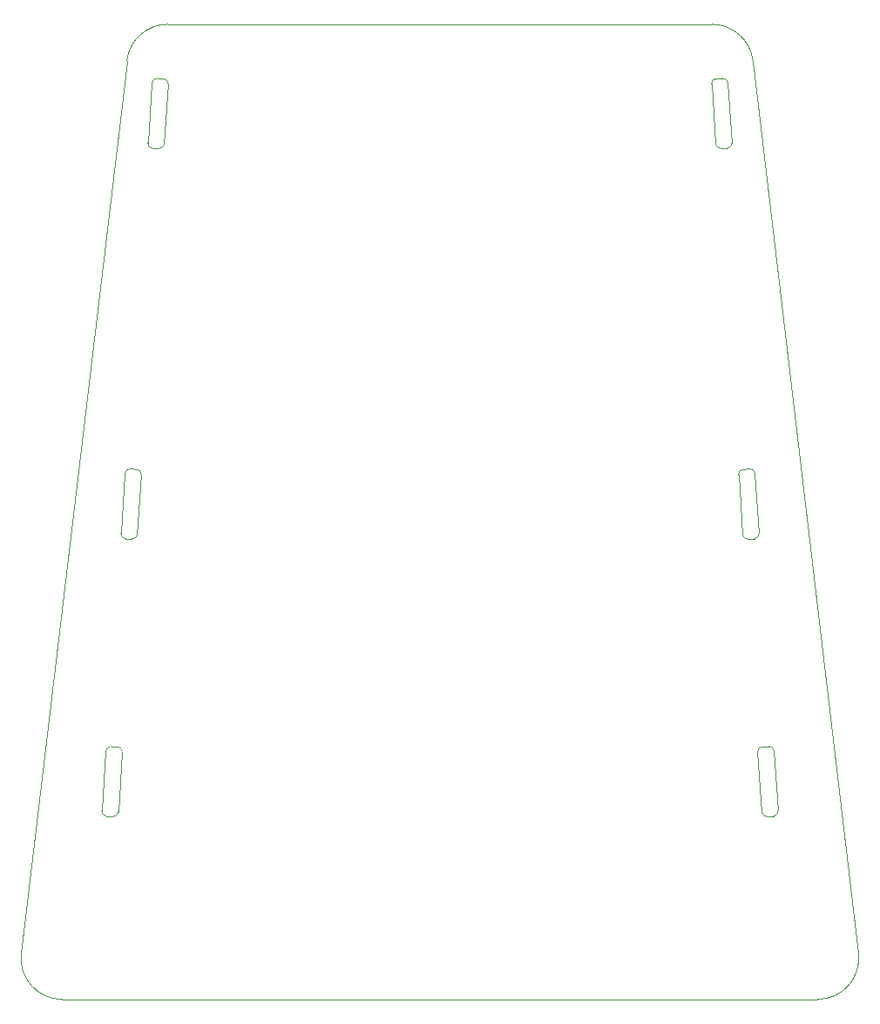
<source format=gbr>
G04 #@! TF.GenerationSoftware,KiCad,Pcbnew,(5.1.10)-1*
G04 #@! TF.CreationDate,2022-01-20T14:21:32+02:00*
G04 #@! TF.ProjectId,gaisa-sargs-rear-2,67616973-612d-4736-9172-67732d726561,rev?*
G04 #@! TF.SameCoordinates,Original*
G04 #@! TF.FileFunction,Profile,NP*
%FSLAX46Y46*%
G04 Gerber Fmt 4.6, Leading zero omitted, Abs format (unit mm)*
G04 Created by KiCad (PCBNEW (5.1.10)-1) date 2022-01-20 14:21:32*
%MOMM*%
%LPD*%
G01*
G04 APERTURE LIST*
G04 #@! TA.AperFunction,Profile*
%ADD10C,0.050000*%
G04 #@! TD*
G04 APERTURE END LIST*
D10*
X175012846Y-93267502D02*
X174414639Y-93308879D01*
X108224516Y-144769343D02*
X181646744Y-144769343D01*
X174883719Y-100092688D02*
X175481927Y-100051321D01*
X112473140Y-120667965D02*
X112072983Y-126454145D01*
X173950331Y-93842177D02*
X174350417Y-99628370D01*
X112537305Y-126987450D02*
G75*
G02*
X112072983Y-126454145I34487J498809D01*
G01*
X171332445Y-55932460D02*
G75*
G02*
X171796753Y-55399162I498809J34490D01*
G01*
X112537305Y-126987450D02*
X113135513Y-127028809D01*
X185618966Y-140298755D02*
G75*
G02*
X181646744Y-144769343I-3972222J-470588D01*
G01*
X173328357Y-61608306D02*
G75*
G02*
X172864041Y-62141605I-498809J-34490D01*
G01*
X175946242Y-99518023D02*
G75*
G02*
X175481927Y-100051321I-498808J-34490D01*
G01*
X174883720Y-100092688D02*
G75*
G02*
X174350417Y-99628370I-34494J498809D01*
G01*
X175946243Y-99518022D02*
X175546156Y-93731820D01*
X172394960Y-55357786D02*
G75*
G02*
X172928270Y-55822104I34501J-498808D01*
G01*
X172265834Y-62182972D02*
X172864041Y-62141605D01*
X108224516Y-144769343D02*
G75*
G02*
X104252294Y-140298755I0J4000000D01*
G01*
X114517502Y-53650431D02*
X104252294Y-140298755D01*
X118489724Y-50121020D02*
X171381536Y-50121020D01*
X173950331Y-93842177D02*
G75*
G02*
X174414639Y-93308879I498809J34490D01*
G01*
X118079545Y-55399243D02*
X117481338Y-55357872D01*
X114517502Y-53650432D02*
G75*
G02*
X118489724Y-50121020I3972222J-470588D01*
G01*
X171381535Y-50121020D02*
G75*
G02*
X175353758Y-53650431I1J-4000000D01*
G01*
X173328357Y-61608306D02*
X172928270Y-55822104D01*
X172394960Y-55357785D02*
X171796753Y-55399162D01*
X171332445Y-55932460D02*
X171732531Y-61718653D01*
X175353758Y-53650431D02*
X185618966Y-140298755D01*
X175012846Y-93267502D02*
G75*
G02*
X175546156Y-93731820I34501J-498808D01*
G01*
X172265833Y-62182972D02*
G75*
G02*
X171732531Y-61718653I-34493J498809D01*
G01*
X116948033Y-55822184D02*
G75*
G02*
X117481338Y-55357872I498808J-34496D01*
G01*
X117012191Y-62141665D02*
X117610399Y-62183032D01*
X176869060Y-120203621D02*
X176270853Y-120244997D01*
X175806545Y-120778297D02*
G75*
G02*
X176270853Y-120244997I498810J34491D01*
G01*
X116948032Y-55822184D02*
X116547876Y-61608360D01*
X117012191Y-62141664D02*
G75*
G02*
X116547876Y-61608360I34493J498808D01*
G01*
X118143701Y-61718719D02*
G75*
G02*
X117610399Y-62183032I-498809J34496D01*
G01*
X118143701Y-61718719D02*
X118543857Y-55932548D01*
X175806546Y-120778296D02*
X176206632Y-126564489D01*
X118079545Y-55399243D02*
G75*
G02*
X118543857Y-55932548I-34497J-498809D01*
G01*
X115461197Y-93308929D02*
G75*
G02*
X115925507Y-93842233I-34498J-498807D01*
G01*
X176739935Y-127028807D02*
G75*
G02*
X176206632Y-126564489I-34494J498809D01*
G01*
X115525351Y-99628404D02*
X115925507Y-93842233D01*
X177802457Y-126454142D02*
G75*
G02*
X177338142Y-126987440I-498808J-34490D01*
G01*
X176739934Y-127028807D02*
X177338142Y-126987440D01*
X177802458Y-126454142D02*
X177402371Y-120667939D01*
X176869061Y-120203621D02*
G75*
G02*
X177402371Y-120667939I34501J-498808D01*
G01*
X114329683Y-93731869D02*
G75*
G02*
X114862989Y-93267556I498809J-34496D01*
G01*
X114329683Y-93731869D02*
X113929527Y-99518045D01*
X114393842Y-100051349D02*
G75*
G02*
X113929527Y-99518045I34493J498808D01*
G01*
X114393842Y-100051350D02*
X114992050Y-100092716D01*
X115525351Y-99628404D02*
G75*
G02*
X114992050Y-100092716I-498808J34496D01*
G01*
X115461196Y-93308928D02*
X114862989Y-93267556D01*
X113668808Y-126564496D02*
X114068965Y-120778317D01*
X113604643Y-120245011D02*
X113006435Y-120203652D01*
X113604644Y-120245011D02*
G75*
G02*
X114068965Y-120778317I-34488J-498809D01*
G01*
X112473139Y-120667965D02*
G75*
G02*
X113006435Y-120203652I498809J-34496D01*
G01*
X113668809Y-126564496D02*
G75*
G02*
X113135513Y-127028809I-498809J34496D01*
G01*
M02*

</source>
